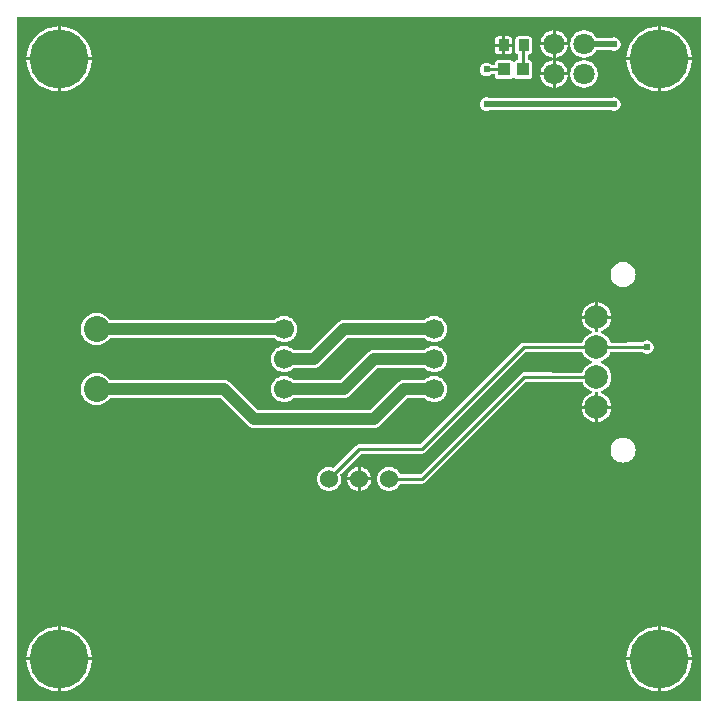
<source format=gtl>
G04 Layer: TopLayer*
G04 Panelize: , Column: 2, Row: 2, Board Size: 58.42mm x 58.42mm, Panelized Board Size: 118.84mm x 118.84mm*
G04 EasyEDA v6.5.32, 2023-07-25 14:04:49*
G04 2db8e41404b945f8aa85a1d49205427a,5a6b42c53f6a479593ecc07194224c93,10*
G04 Gerber Generator version 0.2*
G04 Scale: 100 percent, Rotated: No, Reflected: No *
G04 Dimensions in millimeters *
G04 leading zeros omitted , absolute positions ,4 integer and 5 decimal *
%FSLAX45Y45*%
%MOMM*%

%ADD10C,0.2540*%
%ADD11C,1.0000*%
%ADD12C,0.5000*%
%ADD13R,0.8999X1.0000*%
%ADD14R,1.0000X1.1000*%
%ADD15C,2.2000*%
%ADD16C,1.7000*%
%ADD17C,1.5240*%
%ADD18C,5.0000*%
%ADD19C,1.8000*%
%ADD20C,2.0000*%
%ADD21C,0.6096*%
%ADD22C,0.0110*%

%LPD*%
G36*
X5805932Y25908D02*
G01*
X36068Y26416D01*
X32156Y27178D01*
X28905Y29362D01*
X26670Y32664D01*
X25908Y36576D01*
X25908Y5805932D01*
X26670Y5809843D01*
X28905Y5813094D01*
X32156Y5815330D01*
X36068Y5816092D01*
X5805932Y5816092D01*
X5809843Y5815330D01*
X5813094Y5813094D01*
X5815330Y5809843D01*
X5816092Y5805932D01*
X5816092Y36068D01*
X5815330Y32207D01*
X5813094Y28905D01*
X5809843Y26670D01*
G37*

%LPC*%
G36*
X4584700Y5600700D02*
G01*
X4687112Y5600700D01*
X4686960Y5602528D01*
X4684268Y5616803D01*
X4679746Y5630672D01*
X4673549Y5643829D01*
X4665776Y5656122D01*
X4656480Y5667349D01*
X4645863Y5677306D01*
X4634077Y5685840D01*
X4621326Y5692851D01*
X4607814Y5698236D01*
X4593691Y5701842D01*
X4584700Y5702960D01*
G37*
G36*
X5448300Y105613D02*
G01*
X5448300Y368300D01*
X5185410Y368300D01*
X5187289Y346405D01*
X5191150Y323646D01*
X5196890Y301244D01*
X5204460Y279450D01*
X5213858Y258317D01*
X5224983Y238099D01*
X5237784Y218846D01*
X5252161Y200710D01*
X5267960Y183896D01*
X5285130Y168402D01*
X5303520Y154432D01*
X5323027Y142087D01*
X5343499Y131368D01*
X5364835Y122428D01*
X5386781Y115265D01*
X5409285Y109982D01*
X5432145Y106629D01*
G37*
G36*
X368300Y105613D02*
G01*
X368300Y368300D01*
X105410Y368300D01*
X107289Y346405D01*
X111150Y323646D01*
X116890Y301244D01*
X124460Y279450D01*
X133858Y258317D01*
X144983Y238099D01*
X157784Y218846D01*
X172161Y200710D01*
X187960Y183896D01*
X205130Y168402D01*
X223520Y154432D01*
X243027Y142087D01*
X263499Y131368D01*
X284835Y122428D01*
X306781Y115265D01*
X329285Y109982D01*
X352145Y106629D01*
G37*
G36*
X393700Y393700D02*
G01*
X656336Y393700D01*
X655929Y404063D01*
X653034Y427024D01*
X648208Y449630D01*
X641553Y471728D01*
X633018Y493217D01*
X622757Y513892D01*
X610819Y533704D01*
X597204Y552348D01*
X582117Y569874D01*
X565607Y586028D01*
X547827Y600760D01*
X528828Y613968D01*
X508812Y625500D01*
X487934Y635355D01*
X466242Y643382D01*
X443992Y649630D01*
X421284Y653948D01*
X398322Y656336D01*
X393700Y656437D01*
G37*
G36*
X5473700Y393700D02*
G01*
X5736336Y393700D01*
X5735929Y404063D01*
X5733034Y427024D01*
X5728208Y449630D01*
X5721553Y471728D01*
X5713018Y493217D01*
X5702757Y513892D01*
X5690819Y533704D01*
X5677204Y552348D01*
X5662117Y569874D01*
X5645607Y586028D01*
X5627827Y600760D01*
X5608828Y613968D01*
X5588812Y625500D01*
X5567934Y635355D01*
X5546242Y643382D01*
X5523992Y649630D01*
X5501284Y653948D01*
X5478322Y656336D01*
X5473700Y656437D01*
G37*
G36*
X5185410Y393700D02*
G01*
X5448300Y393700D01*
X5448300Y656386D01*
X5432145Y655370D01*
X5409285Y652018D01*
X5386781Y646734D01*
X5364835Y639572D01*
X5343499Y630631D01*
X5323027Y619912D01*
X5303520Y607568D01*
X5285130Y593598D01*
X5267960Y578104D01*
X5252161Y561289D01*
X5237784Y543153D01*
X5224983Y523900D01*
X5213858Y503682D01*
X5204460Y482549D01*
X5196890Y460756D01*
X5191150Y438353D01*
X5187289Y415594D01*
G37*
G36*
X105410Y393700D02*
G01*
X368300Y393700D01*
X368300Y656386D01*
X352145Y655370D01*
X329285Y652018D01*
X306781Y646734D01*
X284835Y639572D01*
X263499Y630631D01*
X243027Y619912D01*
X223520Y607568D01*
X205130Y593598D01*
X187960Y578104D01*
X172161Y561289D01*
X157784Y543153D01*
X144983Y523900D01*
X133858Y503682D01*
X124460Y482549D01*
X116890Y460756D01*
X111150Y438353D01*
X107289Y415594D01*
G37*
G36*
X2660192Y1803146D02*
G01*
X2673807Y1803146D01*
X2687320Y1804974D01*
X2700477Y1808581D01*
X2713024Y1813864D01*
X2724759Y1820824D01*
X2735478Y1829307D01*
X2744978Y1839061D01*
X2753055Y1850085D01*
X2759608Y1862023D01*
X2764485Y1874774D01*
X2767634Y1888032D01*
X2769006Y1901596D01*
X2768549Y1915210D01*
X2766314Y1928672D01*
X2763113Y1938883D01*
X2762707Y1942490D01*
X2763570Y1946046D01*
X2765653Y1949043D01*
X2934004Y2117394D01*
X2937306Y2119630D01*
X2941218Y2120392D01*
X3453892Y2120392D01*
X3461918Y2121204D01*
X3469132Y2123389D01*
X3475837Y2126945D01*
X3482035Y2132076D01*
X4328464Y2978454D01*
X4331766Y2980690D01*
X4335678Y2981452D01*
X4804257Y2981452D01*
X4808067Y2980740D01*
X4811318Y2978607D01*
X4813554Y2975457D01*
X4819751Y2961690D01*
X4827625Y2948635D01*
X4836972Y2936697D01*
X4847742Y2925927D01*
X4859680Y2916580D01*
X4872736Y2908706D01*
X4886655Y2902458D01*
X4889804Y2900222D01*
X4891887Y2896971D01*
X4892649Y2893161D01*
X4891887Y2889351D01*
X4889804Y2886151D01*
X4886655Y2883916D01*
X4872736Y2877616D01*
X4859680Y2869793D01*
X4847742Y2860395D01*
X4836972Y2849626D01*
X4827625Y2837688D01*
X4819751Y2824683D01*
X4813655Y2811170D01*
X4811420Y2808020D01*
X4808169Y2805938D01*
X4804359Y2805176D01*
X4318660Y2807208D01*
X4310634Y2806446D01*
X4303369Y2804261D01*
X4296714Y2800756D01*
X4290364Y2795524D01*
X3441395Y1946605D01*
X3438093Y1944370D01*
X3434181Y1943607D01*
X3275838Y1943607D01*
X3272078Y1944319D01*
X3268878Y1946402D01*
X3266643Y1949500D01*
X3264509Y1954072D01*
X3257194Y1965553D01*
X3248355Y1975967D01*
X3238246Y1985111D01*
X3227019Y1992833D01*
X3214827Y1998980D01*
X3201974Y2003450D01*
X3188614Y2006193D01*
X3175000Y2007057D01*
X3161385Y2006193D01*
X3148025Y2003450D01*
X3135122Y1998980D01*
X3122980Y1992833D01*
X3111703Y1985111D01*
X3101594Y1975967D01*
X3092805Y1965553D01*
X3085490Y1954072D01*
X3079750Y1941677D01*
X3075686Y1928672D01*
X3073400Y1915210D01*
X3072942Y1901596D01*
X3074314Y1888032D01*
X3077514Y1874774D01*
X3082391Y1862023D01*
X3088944Y1850085D01*
X3097022Y1839061D01*
X3106521Y1829307D01*
X3117240Y1820824D01*
X3128975Y1813864D01*
X3141522Y1808581D01*
X3154680Y1804974D01*
X3168192Y1803146D01*
X3181807Y1803146D01*
X3195320Y1804974D01*
X3208477Y1808581D01*
X3221024Y1813864D01*
X3232759Y1820824D01*
X3243478Y1829307D01*
X3252978Y1839061D01*
X3261055Y1850085D01*
X3267100Y1861108D01*
X3269386Y1863902D01*
X3272485Y1865731D01*
X3275990Y1866392D01*
X3453892Y1866392D01*
X3461918Y1867204D01*
X3469132Y1869389D01*
X3475837Y1872945D01*
X3482035Y1878075D01*
X4330954Y2726944D01*
X4334256Y2729128D01*
X4338167Y2729890D01*
X4804054Y2727960D01*
X4807864Y2727248D01*
X4811064Y2725115D01*
X4813300Y2721965D01*
X4819751Y2707690D01*
X4827625Y2694635D01*
X4836972Y2682697D01*
X4847742Y2671927D01*
X4859680Y2662580D01*
X4872736Y2654706D01*
X4886655Y2648458D01*
X4889804Y2646222D01*
X4891887Y2642971D01*
X4892649Y2639161D01*
X4891887Y2635351D01*
X4889804Y2632151D01*
X4886655Y2629916D01*
X4872736Y2623616D01*
X4859680Y2615793D01*
X4847742Y2606395D01*
X4836972Y2595626D01*
X4827625Y2583688D01*
X4819751Y2570683D01*
X4813503Y2556814D01*
X4808982Y2542286D01*
X4806238Y2527350D01*
X4806086Y2524861D01*
X4918506Y2524861D01*
X4918506Y2630271D01*
X4919268Y2634132D01*
X4921504Y2637434D01*
X4924806Y2639618D01*
X4928666Y2640431D01*
X4933746Y2640431D01*
X4937658Y2639618D01*
X4940960Y2637434D01*
X4943144Y2634132D01*
X4943906Y2630271D01*
X4943906Y2524861D01*
X5056327Y2524861D01*
X5056174Y2527350D01*
X5053431Y2542286D01*
X5048910Y2556814D01*
X5042662Y2570683D01*
X5034838Y2583688D01*
X5025440Y2595626D01*
X5014722Y2606395D01*
X5002733Y2615793D01*
X4989728Y2623616D01*
X4975809Y2629916D01*
X4972659Y2632151D01*
X4970526Y2635351D01*
X4969814Y2639161D01*
X4970526Y2642971D01*
X4972659Y2646222D01*
X4975809Y2648458D01*
X4989728Y2654706D01*
X5002733Y2662580D01*
X5014722Y2671927D01*
X5025440Y2682697D01*
X5034838Y2694635D01*
X5042662Y2707690D01*
X5048910Y2721508D01*
X5053431Y2736037D01*
X5056174Y2750972D01*
X5057089Y2766161D01*
X5056174Y2781350D01*
X5053431Y2796286D01*
X5048910Y2810814D01*
X5042662Y2824683D01*
X5034838Y2837688D01*
X5025440Y2849626D01*
X5014722Y2860395D01*
X5002733Y2869793D01*
X4989728Y2877616D01*
X4975809Y2883916D01*
X4972659Y2886151D01*
X4970526Y2889351D01*
X4969814Y2893161D01*
X4970526Y2896971D01*
X4972659Y2900222D01*
X4975809Y2902458D01*
X4989728Y2908706D01*
X5002733Y2916580D01*
X5014722Y2925927D01*
X5025440Y2936697D01*
X5034838Y2948635D01*
X5042662Y2961640D01*
X5049215Y2976270D01*
X5051450Y2979420D01*
X5054650Y2981502D01*
X5058460Y2982264D01*
X5314594Y2983738D01*
X5318556Y2982976D01*
X5321858Y2980740D01*
X5323179Y2979420D01*
X5331206Y2973781D01*
X5340146Y2969666D01*
X5349595Y2967126D01*
X5359400Y2966262D01*
X5369204Y2967126D01*
X5378653Y2969666D01*
X5387594Y2973781D01*
X5395620Y2979420D01*
X5402580Y2986379D01*
X5408218Y2994406D01*
X5412333Y3003346D01*
X5414873Y3012795D01*
X5415737Y3022600D01*
X5414873Y3032404D01*
X5412333Y3041853D01*
X5408218Y3050794D01*
X5402580Y3058820D01*
X5395620Y3065780D01*
X5387594Y3071418D01*
X5378653Y3075533D01*
X5369204Y3078073D01*
X5359400Y3078937D01*
X5349595Y3078073D01*
X5340146Y3075533D01*
X5331206Y3071418D01*
X5323179Y3065780D01*
X5321350Y3063900D01*
X5318048Y3061716D01*
X5314188Y3060954D01*
X5057952Y3059480D01*
X5054142Y3060192D01*
X5050840Y3062325D01*
X5048605Y3065475D01*
X5042662Y3078683D01*
X5034838Y3091688D01*
X5025440Y3103626D01*
X5014722Y3114395D01*
X5002733Y3123793D01*
X4989728Y3131616D01*
X4975809Y3137916D01*
X4972659Y3140151D01*
X4970526Y3143351D01*
X4969814Y3147161D01*
X4970526Y3150971D01*
X4972659Y3154222D01*
X4975809Y3156458D01*
X4989728Y3162706D01*
X5002733Y3170580D01*
X5014722Y3179927D01*
X5025440Y3190697D01*
X5034838Y3202635D01*
X5042662Y3215690D01*
X5048910Y3229508D01*
X5053431Y3244037D01*
X5056174Y3258972D01*
X5056327Y3261461D01*
X4943906Y3261461D01*
X4943906Y3156102D01*
X4943144Y3152190D01*
X4940960Y3148888D01*
X4937658Y3146704D01*
X4933746Y3145942D01*
X4928666Y3145942D01*
X4924806Y3146704D01*
X4921504Y3148888D01*
X4919268Y3152190D01*
X4918506Y3156102D01*
X4918506Y3261461D01*
X4806086Y3261461D01*
X4806238Y3258972D01*
X4808982Y3244037D01*
X4813503Y3229508D01*
X4819751Y3215690D01*
X4827625Y3202635D01*
X4836972Y3190697D01*
X4847742Y3179927D01*
X4859680Y3170580D01*
X4872736Y3162706D01*
X4886655Y3156458D01*
X4889804Y3154222D01*
X4891887Y3150971D01*
X4892649Y3147161D01*
X4891887Y3143351D01*
X4889804Y3140151D01*
X4886655Y3137916D01*
X4872736Y3131616D01*
X4859680Y3123793D01*
X4847742Y3114395D01*
X4836972Y3103626D01*
X4827625Y3091688D01*
X4819751Y3078683D01*
X4813452Y3064662D01*
X4811217Y3061512D01*
X4807966Y3059379D01*
X4804156Y3058668D01*
X4315968Y3058668D01*
X4307941Y3057855D01*
X4300728Y3055670D01*
X4294022Y3052114D01*
X4287824Y3046984D01*
X3441395Y2200605D01*
X3438093Y2198370D01*
X3434181Y2197608D01*
X2921508Y2197608D01*
X2913481Y2196795D01*
X2906268Y2194610D01*
X2899562Y2191054D01*
X2893364Y2185924D01*
X2710992Y2003602D01*
X2707894Y2001469D01*
X2704236Y2000656D01*
X2700477Y2001164D01*
X2693974Y2003450D01*
X2680614Y2006193D01*
X2667000Y2007057D01*
X2653385Y2006193D01*
X2640025Y2003450D01*
X2627122Y1998980D01*
X2614980Y1992833D01*
X2603703Y1985111D01*
X2593594Y1975967D01*
X2584805Y1965553D01*
X2577490Y1954072D01*
X2571750Y1941677D01*
X2567686Y1928672D01*
X2565400Y1915210D01*
X2564942Y1901596D01*
X2566314Y1888032D01*
X2569514Y1874774D01*
X2574391Y1862023D01*
X2580944Y1850085D01*
X2589022Y1839061D01*
X2598521Y1829307D01*
X2609240Y1820824D01*
X2620975Y1813864D01*
X2633522Y1808581D01*
X2646680Y1804974D01*
G37*
G36*
X2908300Y1803907D02*
G01*
X2908300Y1892300D01*
X2819908Y1892300D01*
X2820314Y1888032D01*
X2823514Y1874774D01*
X2828391Y1862023D01*
X2834944Y1850085D01*
X2843022Y1839061D01*
X2852521Y1829307D01*
X2863240Y1820824D01*
X2874975Y1813864D01*
X2887522Y1808581D01*
X2900680Y1804974D01*
G37*
G36*
X2933700Y1803907D02*
G01*
X2941320Y1804974D01*
X2954477Y1808581D01*
X2967024Y1813864D01*
X2978759Y1820824D01*
X2989478Y1829307D01*
X2998978Y1839061D01*
X3007055Y1850085D01*
X3013608Y1862023D01*
X3018485Y1874774D01*
X3021634Y1888032D01*
X3022092Y1892300D01*
X2933700Y1892300D01*
G37*
G36*
X2819857Y1917700D02*
G01*
X2908300Y1917700D01*
X2908300Y2006244D01*
X2894025Y2003450D01*
X2881122Y1998980D01*
X2868980Y1992833D01*
X2857703Y1985111D01*
X2847594Y1975967D01*
X2838805Y1965553D01*
X2831490Y1954072D01*
X2825750Y1941677D01*
X2821686Y1928672D01*
G37*
G36*
X2933700Y1917700D02*
G01*
X3022142Y1917700D01*
X3020314Y1928672D01*
X3016250Y1941677D01*
X3010509Y1954072D01*
X3003194Y1965553D01*
X2994355Y1975967D01*
X2984246Y1985111D01*
X2973019Y1992833D01*
X2960827Y1998980D01*
X2947974Y2003450D01*
X2933700Y2006244D01*
G37*
G36*
X5156250Y2043734D02*
G01*
X5170068Y2044598D01*
X5183632Y2047341D01*
X5196738Y2051761D01*
X5209184Y2057907D01*
X5220665Y2065578D01*
X5231079Y2074722D01*
X5240223Y2085136D01*
X5247944Y2096668D01*
X5254040Y2109063D01*
X5258511Y2122220D01*
X5261203Y2135784D01*
X5262118Y2149602D01*
X5261203Y2163419D01*
X5258511Y2176983D01*
X5254040Y2190140D01*
X5247944Y2202535D01*
X5240223Y2214067D01*
X5231079Y2224481D01*
X5220665Y2233625D01*
X5209184Y2241296D01*
X5196738Y2247442D01*
X5183632Y2251862D01*
X5170068Y2254605D01*
X5156250Y2255469D01*
X5142382Y2254605D01*
X5128818Y2251862D01*
X5115712Y2247442D01*
X5103266Y2241296D01*
X5091785Y2233625D01*
X5081371Y2224481D01*
X5072227Y2214067D01*
X5064506Y2202535D01*
X5058410Y2190140D01*
X5053939Y2176983D01*
X5051247Y2163419D01*
X5050332Y2149602D01*
X5051247Y2135784D01*
X5053939Y2122220D01*
X5058410Y2109063D01*
X5064506Y2096668D01*
X5072227Y2085136D01*
X5081371Y2074722D01*
X5091785Y2065578D01*
X5103266Y2057907D01*
X5115712Y2051761D01*
X5128818Y2047341D01*
X5142382Y2044598D01*
G37*
G36*
X2032101Y2337104D02*
G01*
X3050641Y2337155D01*
X3059480Y2337968D01*
X3061919Y2338374D01*
X3070555Y2340508D01*
X3072892Y2341270D01*
X3081121Y2344674D01*
X3083306Y2345791D01*
X3090926Y2350414D01*
X3099765Y2357475D01*
X3330448Y2588107D01*
X3333750Y2590342D01*
X3337661Y2591104D01*
X3471214Y2591104D01*
X3475024Y2590342D01*
X3478276Y2588209D01*
X3484118Y2582570D01*
X3495497Y2574086D01*
X3507892Y2567076D01*
X3521049Y2561742D01*
X3534816Y2558135D01*
X3548887Y2556357D01*
X3563112Y2556357D01*
X3577183Y2558135D01*
X3590950Y2561742D01*
X3604107Y2567076D01*
X3616502Y2574086D01*
X3627882Y2582570D01*
X3638092Y2592425D01*
X3646932Y2603550D01*
X3654298Y2615692D01*
X3660038Y2628696D01*
X3664102Y2642311D01*
X3666388Y2656332D01*
X3666845Y2670556D01*
X3665474Y2684678D01*
X3662273Y2698546D01*
X3657396Y2711856D01*
X3650843Y2724454D01*
X3642664Y2736138D01*
X3633114Y2746654D01*
X3622294Y2755849D01*
X3610406Y2763621D01*
X3597605Y2769768D01*
X3584143Y2774238D01*
X3570173Y2776982D01*
X3556000Y2777896D01*
X3541826Y2776982D01*
X3527856Y2774238D01*
X3514394Y2769768D01*
X3501593Y2763621D01*
X3489655Y2755849D01*
X3478479Y2746248D01*
X3475075Y2743758D01*
X3470960Y2742895D01*
X3299358Y2742844D01*
X3290519Y2742031D01*
X3288080Y2741625D01*
X3279444Y2739491D01*
X3277108Y2738729D01*
X3268878Y2735326D01*
X3266694Y2734208D01*
X3259074Y2729585D01*
X3250234Y2722524D01*
X3019552Y2491892D01*
X3016250Y2489657D01*
X3012338Y2488895D01*
X2067661Y2488895D01*
X2063750Y2489657D01*
X2060448Y2491892D01*
X1829765Y2722524D01*
X1820925Y2729585D01*
X1813306Y2734208D01*
X1811121Y2735326D01*
X1802892Y2738729D01*
X1800555Y2739491D01*
X1791919Y2741625D01*
X1789480Y2742031D01*
X1780641Y2742844D01*
X816406Y2742895D01*
X813155Y2743454D01*
X810209Y2745028D01*
X797356Y2760268D01*
X785825Y2771089D01*
X773176Y2780538D01*
X759510Y2788412D01*
X744982Y2794711D01*
X729843Y2799232D01*
X714298Y2801975D01*
X698500Y2802890D01*
X682701Y2801975D01*
X667156Y2799232D01*
X652018Y2794711D01*
X637489Y2788412D01*
X623824Y2780538D01*
X611174Y2771089D01*
X599643Y2760268D01*
X589483Y2748127D01*
X580796Y2734970D01*
X573735Y2720848D01*
X568299Y2705963D01*
X564692Y2690622D01*
X562864Y2674924D01*
X562864Y2659075D01*
X564692Y2643378D01*
X568299Y2628036D01*
X573735Y2613152D01*
X580796Y2599029D01*
X589483Y2585872D01*
X599643Y2573731D01*
X611174Y2562910D01*
X623824Y2553462D01*
X637489Y2545588D01*
X652018Y2539288D01*
X667156Y2534767D01*
X682701Y2532024D01*
X698500Y2531110D01*
X714298Y2532024D01*
X729843Y2534767D01*
X744982Y2539288D01*
X759510Y2545588D01*
X773176Y2553462D01*
X785825Y2562910D01*
X797356Y2573731D01*
X810209Y2588971D01*
X813155Y2590546D01*
X816406Y2591104D01*
X1742338Y2591104D01*
X1746250Y2590342D01*
X1749552Y2588107D01*
X1980234Y2357475D01*
X1989074Y2350414D01*
X1996693Y2345791D01*
X1998878Y2344674D01*
X2007107Y2341270D01*
X2009444Y2340508D01*
X2018080Y2338374D01*
X2020519Y2337968D01*
X2029358Y2337155D01*
G37*
G36*
X4918506Y2387041D02*
G01*
X4918506Y2499461D01*
X4806086Y2499461D01*
X4806238Y2496972D01*
X4808982Y2482037D01*
X4813503Y2467508D01*
X4819751Y2453690D01*
X4827625Y2440635D01*
X4836972Y2428697D01*
X4847742Y2417927D01*
X4859680Y2408580D01*
X4872736Y2400706D01*
X4886553Y2394458D01*
X4901082Y2389936D01*
X4916017Y2387193D01*
G37*
G36*
X4943906Y2387041D02*
G01*
X4946396Y2387193D01*
X4961331Y2389936D01*
X4975860Y2394458D01*
X4989728Y2400706D01*
X5002733Y2408580D01*
X5014722Y2417927D01*
X5025440Y2428697D01*
X5034838Y2440635D01*
X5042662Y2453690D01*
X5048910Y2467508D01*
X5053431Y2482037D01*
X5056174Y2496972D01*
X5056327Y2499461D01*
X4943906Y2499461D01*
G37*
G36*
X2278888Y2556357D02*
G01*
X2293112Y2556357D01*
X2307183Y2558135D01*
X2320950Y2561742D01*
X2334107Y2567076D01*
X2346502Y2574086D01*
X2357882Y2582570D01*
X2363724Y2588209D01*
X2366975Y2590342D01*
X2370785Y2591104D01*
X2796641Y2591155D01*
X2805480Y2591968D01*
X2807919Y2592374D01*
X2816555Y2594508D01*
X2818892Y2595270D01*
X2827121Y2598674D01*
X2829306Y2599791D01*
X2836926Y2604414D01*
X2845765Y2611475D01*
X3076448Y2842107D01*
X3079750Y2844342D01*
X3083661Y2845104D01*
X3471214Y2845104D01*
X3475024Y2844342D01*
X3478276Y2842209D01*
X3484118Y2836570D01*
X3495497Y2828086D01*
X3507892Y2821076D01*
X3521049Y2815742D01*
X3534816Y2812135D01*
X3548887Y2810357D01*
X3563112Y2810357D01*
X3577183Y2812135D01*
X3590950Y2815742D01*
X3604107Y2821076D01*
X3616502Y2828086D01*
X3627882Y2836570D01*
X3638092Y2846425D01*
X3646932Y2857550D01*
X3654298Y2869692D01*
X3660038Y2882696D01*
X3664102Y2896311D01*
X3666388Y2910332D01*
X3666845Y2924556D01*
X3665474Y2938678D01*
X3662273Y2952546D01*
X3657396Y2965856D01*
X3650843Y2978454D01*
X3642664Y2990138D01*
X3633114Y3000654D01*
X3622294Y3009849D01*
X3610406Y3017621D01*
X3597605Y3023768D01*
X3584143Y3028238D01*
X3570173Y3030982D01*
X3556000Y3031896D01*
X3541826Y3030982D01*
X3527856Y3028238D01*
X3514394Y3023768D01*
X3501593Y3017621D01*
X3489655Y3009849D01*
X3478479Y3000248D01*
X3475075Y2997758D01*
X3470960Y2996895D01*
X3045358Y2996844D01*
X3036519Y2996031D01*
X3034080Y2995625D01*
X3025444Y2993491D01*
X3023108Y2992729D01*
X3014878Y2989326D01*
X3012694Y2988208D01*
X3005074Y2983585D01*
X2996234Y2976524D01*
X2765552Y2745892D01*
X2762250Y2743657D01*
X2758338Y2742895D01*
X2371039Y2742895D01*
X2366924Y2743758D01*
X2363114Y2746654D01*
X2352294Y2755849D01*
X2340406Y2763621D01*
X2327605Y2769768D01*
X2314143Y2774238D01*
X2300173Y2776982D01*
X2286000Y2777896D01*
X2271826Y2776982D01*
X2257856Y2774238D01*
X2244394Y2769768D01*
X2231593Y2763621D01*
X2219655Y2755849D01*
X2208834Y2746654D01*
X2199284Y2736138D01*
X2191156Y2724454D01*
X2184603Y2711856D01*
X2179675Y2698546D01*
X2176526Y2684678D01*
X2175154Y2670556D01*
X2175611Y2656332D01*
X2177897Y2642311D01*
X2181910Y2628696D01*
X2187702Y2615692D01*
X2195068Y2603550D01*
X2203907Y2592425D01*
X2214118Y2582570D01*
X2225497Y2574086D01*
X2237892Y2567076D01*
X2251049Y2561742D01*
X2264816Y2558135D01*
G37*
G36*
X2278888Y2810357D02*
G01*
X2293112Y2810357D01*
X2307183Y2812135D01*
X2320950Y2815742D01*
X2334107Y2821076D01*
X2346502Y2828086D01*
X2357882Y2836570D01*
X2363724Y2842209D01*
X2366975Y2844342D01*
X2370785Y2845104D01*
X2542641Y2845155D01*
X2551480Y2845968D01*
X2553919Y2846374D01*
X2562555Y2848508D01*
X2564892Y2849270D01*
X2573121Y2852674D01*
X2575306Y2853791D01*
X2582926Y2858414D01*
X2591765Y2865475D01*
X2822448Y3096107D01*
X2825750Y3098342D01*
X2829661Y3099104D01*
X3471214Y3099104D01*
X3475024Y3098342D01*
X3478276Y3096209D01*
X3484118Y3090570D01*
X3495497Y3082086D01*
X3507892Y3075076D01*
X3521049Y3069742D01*
X3534816Y3066135D01*
X3548887Y3064357D01*
X3563112Y3064357D01*
X3577183Y3066135D01*
X3590950Y3069742D01*
X3604107Y3075076D01*
X3616502Y3082086D01*
X3627882Y3090570D01*
X3638092Y3100425D01*
X3646932Y3111550D01*
X3654298Y3123692D01*
X3660038Y3136696D01*
X3664102Y3150311D01*
X3666388Y3164332D01*
X3666845Y3178556D01*
X3665474Y3192678D01*
X3662273Y3206546D01*
X3657396Y3219856D01*
X3650843Y3232454D01*
X3642664Y3244138D01*
X3633114Y3254654D01*
X3622294Y3263849D01*
X3610406Y3271621D01*
X3597605Y3277768D01*
X3584143Y3282238D01*
X3570173Y3284982D01*
X3556000Y3285896D01*
X3541826Y3284982D01*
X3527856Y3282238D01*
X3514394Y3277768D01*
X3501593Y3271621D01*
X3489655Y3263849D01*
X3478479Y3254248D01*
X3475075Y3251758D01*
X3470960Y3250895D01*
X2791358Y3250844D01*
X2782519Y3250031D01*
X2780080Y3249625D01*
X2771444Y3247491D01*
X2769108Y3246729D01*
X2760878Y3243326D01*
X2758694Y3242208D01*
X2751074Y3237585D01*
X2742234Y3230524D01*
X2511552Y2999892D01*
X2508250Y2997657D01*
X2504338Y2996895D01*
X2371039Y2996895D01*
X2366924Y2997758D01*
X2363114Y3000654D01*
X2352294Y3009849D01*
X2340406Y3017621D01*
X2327605Y3023768D01*
X2314143Y3028238D01*
X2300173Y3030982D01*
X2286000Y3031896D01*
X2271826Y3030982D01*
X2257856Y3028238D01*
X2244394Y3023768D01*
X2231593Y3017621D01*
X2219655Y3009849D01*
X2208834Y3000654D01*
X2199284Y2990138D01*
X2191156Y2978454D01*
X2184603Y2965856D01*
X2179675Y2952546D01*
X2176526Y2938678D01*
X2175154Y2924556D01*
X2175611Y2910332D01*
X2177897Y2896311D01*
X2181910Y2882696D01*
X2187702Y2869692D01*
X2195068Y2857550D01*
X2203907Y2846425D01*
X2214118Y2836570D01*
X2225497Y2828086D01*
X2237892Y2821076D01*
X2251049Y2815742D01*
X2264816Y2812135D01*
G37*
G36*
X698500Y3039110D02*
G01*
X714298Y3040024D01*
X729843Y3042767D01*
X744982Y3047288D01*
X759510Y3053588D01*
X773176Y3061462D01*
X785825Y3070910D01*
X797356Y3081731D01*
X810209Y3096971D01*
X813155Y3098546D01*
X816406Y3099104D01*
X2201214Y3099104D01*
X2205024Y3098342D01*
X2208276Y3096209D01*
X2214118Y3090570D01*
X2225497Y3082086D01*
X2237892Y3075076D01*
X2251049Y3069742D01*
X2264816Y3066135D01*
X2278888Y3064357D01*
X2293112Y3064357D01*
X2307183Y3066135D01*
X2320950Y3069742D01*
X2334107Y3075076D01*
X2346502Y3082086D01*
X2357882Y3090570D01*
X2368092Y3100425D01*
X2376932Y3111550D01*
X2384298Y3123692D01*
X2390038Y3136696D01*
X2394102Y3150311D01*
X2396388Y3164332D01*
X2396845Y3178556D01*
X2395474Y3192678D01*
X2392273Y3206546D01*
X2387396Y3219856D01*
X2380843Y3232454D01*
X2372664Y3244138D01*
X2363114Y3254654D01*
X2352294Y3263849D01*
X2340406Y3271621D01*
X2327605Y3277768D01*
X2314143Y3282238D01*
X2300173Y3284982D01*
X2286000Y3285896D01*
X2271826Y3284982D01*
X2257856Y3282238D01*
X2244394Y3277768D01*
X2231593Y3271621D01*
X2219655Y3263849D01*
X2208479Y3254248D01*
X2205075Y3251758D01*
X2200960Y3250895D01*
X816406Y3250895D01*
X813155Y3251453D01*
X810209Y3253028D01*
X797356Y3268268D01*
X785825Y3279089D01*
X773176Y3288537D01*
X759510Y3296412D01*
X744982Y3302711D01*
X729843Y3307232D01*
X714298Y3309975D01*
X698500Y3310890D01*
X682701Y3309975D01*
X667156Y3307232D01*
X652018Y3302711D01*
X637489Y3296412D01*
X623824Y3288537D01*
X611174Y3279089D01*
X599643Y3268268D01*
X589483Y3256127D01*
X580796Y3242970D01*
X573735Y3228848D01*
X568299Y3213963D01*
X564692Y3198622D01*
X562864Y3182924D01*
X562864Y3167075D01*
X564692Y3151378D01*
X568299Y3136036D01*
X573735Y3121152D01*
X580796Y3107029D01*
X589483Y3093872D01*
X599643Y3081731D01*
X611174Y3070910D01*
X623824Y3061462D01*
X637489Y3053588D01*
X652018Y3047288D01*
X667156Y3042767D01*
X682701Y3040024D01*
G37*
G36*
X5473700Y105562D02*
G01*
X5478322Y105664D01*
X5501284Y108051D01*
X5523992Y112369D01*
X5546242Y118618D01*
X5567934Y126644D01*
X5588812Y136499D01*
X5608828Y148031D01*
X5627827Y161239D01*
X5645607Y175971D01*
X5662117Y192125D01*
X5677204Y209600D01*
X5690819Y228295D01*
X5702757Y248107D01*
X5713018Y268782D01*
X5721553Y290271D01*
X5728208Y312369D01*
X5733034Y334975D01*
X5735929Y357936D01*
X5736336Y368300D01*
X5473700Y368300D01*
G37*
G36*
X4943906Y3286861D02*
G01*
X5056327Y3286861D01*
X5056174Y3289350D01*
X5053431Y3304286D01*
X5048910Y3318814D01*
X5042662Y3332683D01*
X5034838Y3345687D01*
X5025440Y3357626D01*
X5014722Y3368395D01*
X5002733Y3377793D01*
X4989728Y3385616D01*
X4975860Y3391865D01*
X4961331Y3396386D01*
X4946396Y3399129D01*
X4943906Y3399282D01*
G37*
G36*
X4806086Y3286861D02*
G01*
X4918506Y3286861D01*
X4918506Y3399282D01*
X4916017Y3399129D01*
X4901082Y3396386D01*
X4886553Y3391865D01*
X4872736Y3385616D01*
X4859680Y3377793D01*
X4847742Y3368395D01*
X4836972Y3357626D01*
X4827625Y3345687D01*
X4819751Y3332683D01*
X4813503Y3318814D01*
X4808982Y3304286D01*
X4806238Y3289350D01*
G37*
G36*
X5156250Y3530803D02*
G01*
X5170068Y3531717D01*
X5183632Y3534410D01*
X5196738Y3538880D01*
X5209184Y3544976D01*
X5220665Y3552698D01*
X5231079Y3561842D01*
X5240223Y3572256D01*
X5247944Y3583736D01*
X5254040Y3596182D01*
X5258511Y3609289D01*
X5261203Y3622852D01*
X5262118Y3636670D01*
X5261203Y3650538D01*
X5258511Y3664102D01*
X5254040Y3677208D01*
X5247944Y3689654D01*
X5240223Y3701135D01*
X5231079Y3711549D01*
X5220665Y3720693D01*
X5209184Y3728415D01*
X5196738Y3734511D01*
X5183632Y3738981D01*
X5170068Y3741674D01*
X5156250Y3742588D01*
X5142382Y3741674D01*
X5128818Y3738981D01*
X5115712Y3734511D01*
X5103266Y3728415D01*
X5091785Y3720693D01*
X5081371Y3711549D01*
X5072227Y3701135D01*
X5064506Y3689654D01*
X5058410Y3677208D01*
X5053939Y3664102D01*
X5051247Y3650538D01*
X5050332Y3636670D01*
X5051247Y3622852D01*
X5053939Y3609289D01*
X5058410Y3596182D01*
X5064506Y3583736D01*
X5072227Y3572256D01*
X5081371Y3561842D01*
X5091785Y3552698D01*
X5103266Y3544976D01*
X5115712Y3538880D01*
X5128818Y3534410D01*
X5142382Y3531717D01*
G37*
G36*
X393700Y105562D02*
G01*
X398322Y105664D01*
X421284Y108051D01*
X443992Y112369D01*
X466242Y118618D01*
X487934Y126644D01*
X508812Y136499D01*
X528828Y148031D01*
X547827Y161239D01*
X565607Y175971D01*
X582117Y192125D01*
X597204Y209600D01*
X610819Y228295D01*
X622757Y248107D01*
X633018Y268782D01*
X641553Y290271D01*
X648208Y312369D01*
X653034Y334975D01*
X655929Y357936D01*
X656336Y368300D01*
X393700Y368300D01*
G37*
G36*
X5473700Y5185562D02*
G01*
X5478322Y5185664D01*
X5501284Y5188051D01*
X5523992Y5192369D01*
X5546242Y5198618D01*
X5567934Y5206644D01*
X5588812Y5216499D01*
X5608828Y5228031D01*
X5627827Y5241239D01*
X5645607Y5255971D01*
X5662117Y5272125D01*
X5677204Y5289600D01*
X5690819Y5308295D01*
X5702757Y5328107D01*
X5713018Y5348782D01*
X5721553Y5370271D01*
X5728208Y5392369D01*
X5733034Y5414975D01*
X5735929Y5437936D01*
X5736336Y5448300D01*
X5473700Y5448300D01*
G37*
G36*
X393700Y5185562D02*
G01*
X398322Y5185664D01*
X421284Y5188051D01*
X443992Y5192369D01*
X466242Y5198618D01*
X487934Y5206644D01*
X508812Y5216499D01*
X528828Y5228031D01*
X547827Y5241239D01*
X565607Y5255971D01*
X582117Y5272125D01*
X597204Y5289600D01*
X610819Y5308295D01*
X622757Y5328107D01*
X633018Y5348782D01*
X641553Y5370271D01*
X648208Y5392369D01*
X653034Y5414975D01*
X655929Y5437936D01*
X656336Y5448300D01*
X393700Y5448300D01*
G37*
G36*
X5448300Y5185613D02*
G01*
X5448300Y5448300D01*
X5185410Y5448300D01*
X5187289Y5426405D01*
X5191150Y5403646D01*
X5196890Y5381244D01*
X5204460Y5359450D01*
X5213858Y5338318D01*
X5224983Y5318099D01*
X5237784Y5298846D01*
X5252161Y5280710D01*
X5267960Y5263896D01*
X5285130Y5248402D01*
X5303520Y5234432D01*
X5323027Y5222087D01*
X5343499Y5211368D01*
X5364835Y5202428D01*
X5386781Y5195265D01*
X5409285Y5189982D01*
X5432145Y5186629D01*
G37*
G36*
X368300Y5185613D02*
G01*
X368300Y5448300D01*
X105410Y5448300D01*
X107289Y5426405D01*
X111150Y5403646D01*
X116890Y5381244D01*
X124460Y5359450D01*
X133858Y5338318D01*
X144983Y5318099D01*
X157784Y5298846D01*
X172161Y5280710D01*
X187960Y5263896D01*
X205130Y5248402D01*
X223520Y5234432D01*
X243027Y5222087D01*
X263499Y5211368D01*
X284835Y5202428D01*
X306781Y5195265D01*
X329285Y5189982D01*
X352145Y5186629D01*
G37*
G36*
X4818735Y5218328D02*
G01*
X4833264Y5218328D01*
X4847691Y5220157D01*
X4861814Y5223764D01*
X4875326Y5229148D01*
X4888077Y5236159D01*
X4899863Y5244693D01*
X4910480Y5254650D01*
X4919776Y5265877D01*
X4927549Y5278170D01*
X4933746Y5291328D01*
X4938268Y5305196D01*
X4940960Y5319471D01*
X4941874Y5334000D01*
X4940960Y5348528D01*
X4938268Y5362803D01*
X4933746Y5376672D01*
X4927549Y5389829D01*
X4919776Y5402122D01*
X4910480Y5413349D01*
X4899863Y5423306D01*
X4888077Y5431840D01*
X4875326Y5438851D01*
X4861814Y5444236D01*
X4847691Y5447842D01*
X4833264Y5449671D01*
X4818735Y5449671D01*
X4804308Y5447842D01*
X4790186Y5444236D01*
X4776673Y5438851D01*
X4763922Y5431840D01*
X4752136Y5423306D01*
X4741519Y5413349D01*
X4732223Y5402122D01*
X4724450Y5389829D01*
X4718253Y5376672D01*
X4713732Y5362803D01*
X4711039Y5348528D01*
X4710125Y5334000D01*
X4711039Y5319471D01*
X4713732Y5305196D01*
X4718253Y5291328D01*
X4724450Y5278170D01*
X4732223Y5265877D01*
X4741519Y5254650D01*
X4752136Y5244693D01*
X4763922Y5236159D01*
X4776673Y5229148D01*
X4790186Y5223764D01*
X4804308Y5220157D01*
G37*
G36*
X4584700Y5219039D02*
G01*
X4593691Y5220157D01*
X4607814Y5223764D01*
X4621326Y5229148D01*
X4634077Y5236159D01*
X4645863Y5244693D01*
X4656480Y5254650D01*
X4665776Y5265877D01*
X4673549Y5278170D01*
X4679746Y5291328D01*
X4684268Y5305196D01*
X4686960Y5319471D01*
X4687112Y5321300D01*
X4584700Y5321300D01*
G37*
G36*
X4559300Y5219039D02*
G01*
X4559300Y5321300D01*
X4456887Y5321300D01*
X4457039Y5319471D01*
X4459732Y5305196D01*
X4464253Y5291328D01*
X4470450Y5278170D01*
X4478223Y5265877D01*
X4487519Y5254650D01*
X4498136Y5244693D01*
X4509922Y5236159D01*
X4522673Y5229148D01*
X4536186Y5223764D01*
X4550308Y5220157D01*
G37*
G36*
X4099661Y5291175D02*
G01*
X4198518Y5291175D01*
X4204868Y5291886D01*
X4210304Y5293817D01*
X4215231Y5296916D01*
X4219295Y5300980D01*
X4220514Y5302859D01*
X4223308Y5305806D01*
X4227068Y5307431D01*
X4231132Y5307431D01*
X4234891Y5305806D01*
X4237685Y5302859D01*
X4238904Y5300980D01*
X4242968Y5296916D01*
X4247896Y5293817D01*
X4253331Y5291886D01*
X4259681Y5291175D01*
X4358538Y5291175D01*
X4364837Y5291886D01*
X4370324Y5293817D01*
X4375200Y5296916D01*
X4379315Y5300980D01*
X4382363Y5305907D01*
X4384294Y5311343D01*
X4385005Y5317693D01*
X4385005Y5426506D01*
X4384294Y5432856D01*
X4382363Y5438292D01*
X4379315Y5443220D01*
X4375200Y5447284D01*
X4370324Y5450382D01*
X4364939Y5452262D01*
X4356862Y5453075D01*
X4353306Y5454091D01*
X4350308Y5456326D01*
X4348378Y5459526D01*
X4347718Y5463184D01*
X4347718Y5489244D01*
X4348378Y5492902D01*
X4350308Y5496052D01*
X4353306Y5498287D01*
X4356862Y5499354D01*
X4364888Y5500116D01*
X4370324Y5501995D01*
X4375200Y5505094D01*
X4379315Y5509158D01*
X4382363Y5514086D01*
X4384294Y5519521D01*
X4385005Y5525871D01*
X4385005Y5624728D01*
X4384294Y5631027D01*
X4382363Y5636514D01*
X4379315Y5641390D01*
X4375200Y5645505D01*
X4370324Y5648604D01*
X4364837Y5650484D01*
X4358538Y5651195D01*
X4269689Y5651195D01*
X4263339Y5650484D01*
X4257903Y5648604D01*
X4252976Y5645505D01*
X4248912Y5641390D01*
X4245813Y5636514D01*
X4243882Y5631027D01*
X4243171Y5624728D01*
X4243171Y5525871D01*
X4243882Y5519521D01*
X4245813Y5514086D01*
X4248912Y5509158D01*
X4252976Y5505094D01*
X4257903Y5501995D01*
X4263694Y5499963D01*
X4267250Y5497830D01*
X4269638Y5494477D01*
X4270502Y5490413D01*
X4270502Y5463184D01*
X4269790Y5459526D01*
X4267860Y5456326D01*
X4264863Y5454091D01*
X4261307Y5453075D01*
X4253280Y5452262D01*
X4247896Y5450382D01*
X4242968Y5447284D01*
X4238904Y5443220D01*
X4237685Y5441340D01*
X4234891Y5438394D01*
X4231132Y5436768D01*
X4227068Y5436768D01*
X4223308Y5438394D01*
X4220514Y5441340D01*
X4219295Y5443220D01*
X4215231Y5447284D01*
X4210304Y5450382D01*
X4204868Y5452313D01*
X4198518Y5453024D01*
X4099661Y5453024D01*
X4093362Y5452313D01*
X4087876Y5450382D01*
X4082999Y5447284D01*
X4078884Y5443220D01*
X4075836Y5438292D01*
X4073906Y5432856D01*
X4073194Y5426506D01*
X4073194Y5420868D01*
X4072432Y5416956D01*
X4070197Y5413705D01*
X4066946Y5411470D01*
X4063034Y5410708D01*
X4045508Y5410708D01*
X4041597Y5411470D01*
X4038295Y5413705D01*
X4036720Y5415280D01*
X4028694Y5420918D01*
X4019753Y5425033D01*
X4010304Y5427573D01*
X4000500Y5428437D01*
X3990695Y5427573D01*
X3981246Y5425033D01*
X3972306Y5420918D01*
X3964279Y5415280D01*
X3957320Y5408320D01*
X3951681Y5400294D01*
X3947566Y5391353D01*
X3945026Y5381904D01*
X3944162Y5372100D01*
X3945026Y5362295D01*
X3947566Y5352846D01*
X3951681Y5343906D01*
X3957320Y5335879D01*
X3964279Y5328920D01*
X3972306Y5323281D01*
X3981246Y5319166D01*
X3990695Y5316626D01*
X4000500Y5315762D01*
X4010304Y5316626D01*
X4019753Y5319166D01*
X4028694Y5323281D01*
X4036720Y5328920D01*
X4038295Y5330494D01*
X4041597Y5332730D01*
X4045508Y5333492D01*
X4063034Y5333492D01*
X4066946Y5332730D01*
X4070197Y5330494D01*
X4072432Y5327243D01*
X4073194Y5323332D01*
X4073194Y5317693D01*
X4073906Y5311343D01*
X4075836Y5305907D01*
X4078884Y5300980D01*
X4082999Y5296916D01*
X4087876Y5293817D01*
X4093362Y5291886D01*
G37*
G36*
X4456887Y5346700D02*
G01*
X4559300Y5346700D01*
X4559300Y5448960D01*
X4550308Y5447842D01*
X4536186Y5444236D01*
X4522673Y5438851D01*
X4509922Y5431840D01*
X4498136Y5423306D01*
X4487519Y5413349D01*
X4478223Y5402122D01*
X4470450Y5389829D01*
X4464253Y5376672D01*
X4459732Y5362803D01*
X4457039Y5348528D01*
G37*
G36*
X4584700Y5346700D02*
G01*
X4687112Y5346700D01*
X4686960Y5348528D01*
X4684268Y5362803D01*
X4679746Y5376672D01*
X4673549Y5389829D01*
X4665776Y5402122D01*
X4656480Y5413349D01*
X4645863Y5423306D01*
X4634077Y5431840D01*
X4621326Y5438851D01*
X4607814Y5444236D01*
X4593691Y5447842D01*
X4584700Y5448960D01*
G37*
G36*
X4818735Y5472328D02*
G01*
X4833264Y5472328D01*
X4847691Y5474157D01*
X4861814Y5477764D01*
X4875326Y5483148D01*
X4888077Y5490159D01*
X4899863Y5498693D01*
X4910480Y5508650D01*
X4919776Y5519877D01*
X4927701Y5532374D01*
X4929936Y5534914D01*
X4932934Y5536539D01*
X4936286Y5537098D01*
X5054092Y5537098D01*
X5058410Y5536133D01*
X5060746Y5535066D01*
X5070195Y5532526D01*
X5080000Y5531662D01*
X5089804Y5532526D01*
X5099253Y5535066D01*
X5108194Y5539181D01*
X5116220Y5544820D01*
X5123180Y5551779D01*
X5128818Y5559806D01*
X5132933Y5568746D01*
X5135473Y5578195D01*
X5136337Y5588000D01*
X5135473Y5597804D01*
X5132933Y5607253D01*
X5128818Y5616194D01*
X5123180Y5624220D01*
X5116220Y5631180D01*
X5108194Y5636818D01*
X5099253Y5640933D01*
X5089804Y5643473D01*
X5080000Y5644337D01*
X5070195Y5643473D01*
X5060746Y5640933D01*
X5058410Y5639866D01*
X5054092Y5638901D01*
X4936286Y5638901D01*
X4932934Y5639460D01*
X4929936Y5641086D01*
X4927701Y5643626D01*
X4919776Y5656122D01*
X4910480Y5667349D01*
X4899863Y5677306D01*
X4888077Y5685840D01*
X4875326Y5692851D01*
X4861814Y5698236D01*
X4847691Y5701842D01*
X4833264Y5703671D01*
X4818735Y5703671D01*
X4804308Y5701842D01*
X4790186Y5698236D01*
X4776673Y5692851D01*
X4763922Y5685840D01*
X4752136Y5677306D01*
X4741519Y5667349D01*
X4732223Y5656122D01*
X4724450Y5643829D01*
X4718253Y5630672D01*
X4713732Y5616803D01*
X4711039Y5602528D01*
X4710125Y5588000D01*
X4711039Y5573471D01*
X4713732Y5559196D01*
X4718253Y5545328D01*
X4724450Y5532170D01*
X4732223Y5519877D01*
X4741519Y5508650D01*
X4752136Y5498693D01*
X4763922Y5490159D01*
X4776673Y5483148D01*
X4790186Y5477764D01*
X4804308Y5474157D01*
G37*
G36*
X4559300Y5473039D02*
G01*
X4559300Y5575300D01*
X4456887Y5575300D01*
X4457039Y5573471D01*
X4459732Y5559196D01*
X4464253Y5545328D01*
X4470450Y5532170D01*
X4478223Y5519877D01*
X4487519Y5508650D01*
X4498136Y5498693D01*
X4509922Y5490159D01*
X4522673Y5483148D01*
X4536186Y5477764D01*
X4550308Y5474157D01*
G37*
G36*
X4584700Y5473039D02*
G01*
X4593691Y5474157D01*
X4607814Y5477764D01*
X4621326Y5483148D01*
X4634077Y5490159D01*
X4645863Y5498693D01*
X4656480Y5508650D01*
X4665776Y5519877D01*
X4673549Y5532170D01*
X4679746Y5545328D01*
X4684268Y5559196D01*
X4686960Y5573471D01*
X4687112Y5575300D01*
X4584700Y5575300D01*
G37*
G36*
X393700Y5473700D02*
G01*
X656336Y5473700D01*
X655929Y5484063D01*
X653034Y5507024D01*
X648208Y5529630D01*
X641553Y5551728D01*
X633018Y5573217D01*
X622757Y5593892D01*
X610819Y5613704D01*
X597204Y5632348D01*
X582117Y5649874D01*
X565607Y5666028D01*
X547827Y5680760D01*
X528828Y5693968D01*
X508812Y5705500D01*
X487934Y5715355D01*
X466242Y5723382D01*
X443992Y5729630D01*
X421284Y5733948D01*
X398322Y5736336D01*
X393700Y5736437D01*
G37*
G36*
X5473700Y5473700D02*
G01*
X5736336Y5473700D01*
X5735929Y5484063D01*
X5733034Y5507024D01*
X5728208Y5529630D01*
X5721553Y5551728D01*
X5713018Y5573217D01*
X5702757Y5593892D01*
X5690819Y5613704D01*
X5677204Y5632348D01*
X5662117Y5649874D01*
X5645607Y5666028D01*
X5627827Y5680760D01*
X5608828Y5693968D01*
X5588812Y5705500D01*
X5567934Y5715355D01*
X5546242Y5723382D01*
X5523992Y5729630D01*
X5501284Y5733948D01*
X5478322Y5736336D01*
X5473700Y5736437D01*
G37*
G36*
X5185410Y5473700D02*
G01*
X5448300Y5473700D01*
X5448300Y5736386D01*
X5432145Y5735370D01*
X5409285Y5732018D01*
X5386781Y5726734D01*
X5364835Y5719572D01*
X5343499Y5710631D01*
X5323027Y5699912D01*
X5303520Y5687568D01*
X5285130Y5673598D01*
X5267960Y5658104D01*
X5252161Y5641289D01*
X5237784Y5623153D01*
X5224983Y5603900D01*
X5213858Y5583682D01*
X5204460Y5562549D01*
X5196890Y5540756D01*
X5191150Y5518353D01*
X5187289Y5495594D01*
G37*
G36*
X105410Y5473700D02*
G01*
X368300Y5473700D01*
X368300Y5736386D01*
X352145Y5735370D01*
X329285Y5732018D01*
X306781Y5726734D01*
X284835Y5719572D01*
X263499Y5710631D01*
X243027Y5699912D01*
X223520Y5687568D01*
X205130Y5673598D01*
X187960Y5658104D01*
X172161Y5641289D01*
X157784Y5623153D01*
X144983Y5603900D01*
X133858Y5583682D01*
X124460Y5562549D01*
X116890Y5540756D01*
X111150Y5518353D01*
X107289Y5495594D01*
G37*
G36*
X4099661Y5499404D02*
G01*
X4131411Y5499404D01*
X4131411Y5562600D01*
X4073194Y5562600D01*
X4073194Y5525871D01*
X4073906Y5519521D01*
X4075785Y5514086D01*
X4078884Y5509158D01*
X4082999Y5505094D01*
X4087876Y5501995D01*
X4093362Y5500116D01*
G37*
G36*
X4156811Y5499404D02*
G01*
X4188510Y5499404D01*
X4194860Y5500116D01*
X4200296Y5501995D01*
X4205224Y5505094D01*
X4209288Y5509158D01*
X4212386Y5514086D01*
X4214266Y5519521D01*
X4214977Y5525871D01*
X4214977Y5562600D01*
X4156811Y5562600D01*
G37*
G36*
X4073194Y5588000D02*
G01*
X4131411Y5588000D01*
X4131411Y5651195D01*
X4099661Y5651195D01*
X4093362Y5650484D01*
X4087876Y5648604D01*
X4082999Y5645505D01*
X4078884Y5641390D01*
X4075785Y5636514D01*
X4073906Y5631027D01*
X4073194Y5624728D01*
G37*
G36*
X4156811Y5588000D02*
G01*
X4214977Y5588000D01*
X4214977Y5624728D01*
X4214266Y5631027D01*
X4212386Y5636514D01*
X4209288Y5641390D01*
X4205224Y5645505D01*
X4200296Y5648604D01*
X4194860Y5650484D01*
X4188510Y5651195D01*
X4156811Y5651195D01*
G37*
G36*
X4456887Y5600700D02*
G01*
X4559300Y5600700D01*
X4559300Y5702960D01*
X4550308Y5701842D01*
X4536186Y5698236D01*
X4522673Y5692851D01*
X4509922Y5685840D01*
X4498136Y5677306D01*
X4487519Y5667349D01*
X4478223Y5656122D01*
X4470450Y5643829D01*
X4464253Y5630672D01*
X4459732Y5616803D01*
X4457039Y5602528D01*
G37*
G36*
X4000500Y5023612D02*
G01*
X4010304Y5024475D01*
X4019753Y5027015D01*
X4022140Y5028133D01*
X4026458Y5029098D01*
X5054041Y5029098D01*
X5058359Y5028133D01*
X5060746Y5027015D01*
X5070195Y5024475D01*
X5080000Y5023612D01*
X5089804Y5024475D01*
X5099253Y5027015D01*
X5108194Y5031181D01*
X5116220Y5036820D01*
X5123180Y5043728D01*
X5128818Y5051806D01*
X5132933Y5060696D01*
X5135473Y5070195D01*
X5136337Y5079949D01*
X5135473Y5089753D01*
X5132933Y5099253D01*
X5128818Y5108143D01*
X5123180Y5116220D01*
X5116220Y5123129D01*
X5108194Y5128768D01*
X5099253Y5132933D01*
X5089804Y5135473D01*
X5080000Y5136337D01*
X5070195Y5135473D01*
X5060746Y5132933D01*
X5058410Y5131866D01*
X5054142Y5130901D01*
X4026357Y5130901D01*
X4022090Y5131866D01*
X4019753Y5132933D01*
X4010304Y5135473D01*
X4000500Y5136337D01*
X3990695Y5135473D01*
X3981246Y5132933D01*
X3972306Y5128768D01*
X3964279Y5123129D01*
X3957320Y5116220D01*
X3951681Y5108143D01*
X3947566Y5099253D01*
X3945026Y5089753D01*
X3944162Y5079949D01*
X3945026Y5070195D01*
X3947566Y5060696D01*
X3951681Y5051806D01*
X3957320Y5043728D01*
X3964279Y5036820D01*
X3972306Y5031181D01*
X3981246Y5027015D01*
X3990695Y5024475D01*
G37*

%LPD*%
D10*
X3175000Y1905000D02*
G01*
X3454400Y1905000D01*
X4318000Y2768600D01*
X4931156Y2766060D01*
D11*
X698500Y2667000D02*
G01*
X1778000Y2667000D01*
X2032000Y2413000D01*
X3048000Y2413000D01*
X3302000Y2667000D01*
X3556000Y2667000D01*
X698500Y3174997D02*
G01*
X2285992Y3174997D01*
D10*
X2667000Y1905000D02*
G01*
X2921000Y2159000D01*
X3454400Y2159000D01*
X4315459Y3020060D01*
X4931156Y3020060D01*
X5359387Y3022594D02*
G01*
X4931209Y3020164D01*
D12*
X5079989Y5079989D02*
G01*
X4000500Y5079989D01*
X4826000Y5588000D02*
G01*
X5079989Y5588000D01*
D11*
X2286000Y2667000D02*
G01*
X2794000Y2667000D01*
X3048000Y2921000D01*
X3556000Y2921000D01*
X2286000Y2921000D02*
G01*
X2540000Y2921000D01*
X2794000Y3175000D01*
X3556000Y3175000D01*
D10*
X4314093Y5575300D02*
G01*
X4309087Y5570288D01*
X4309087Y5372100D01*
X4149092Y5372100D02*
G01*
X4000505Y5372100D01*
D13*
G01*
X4144086Y5575300D03*
G01*
X4314088Y5575300D03*
D14*
G01*
X4149090Y5372100D03*
G01*
X4309084Y5372100D03*
D15*
G01*
X698500Y3175000D03*
G01*
X698500Y2667000D03*
D16*
G01*
X2286000Y2667000D03*
G01*
X2286000Y2921000D03*
G01*
X2286000Y3175000D03*
G01*
X3556000Y3175000D03*
G01*
X3556000Y2921000D03*
G01*
X3556000Y2667000D03*
D17*
G01*
X3175000Y1905000D03*
G01*
X2921000Y1905000D03*
G01*
X2667000Y1905000D03*
D18*
G01*
X381000Y5461000D03*
G01*
X5461000Y5461000D03*
G01*
X5461000Y381000D03*
G01*
X381000Y381000D03*
D19*
G01*
X4572000Y5588000D03*
G01*
X4572000Y5334000D03*
G01*
X4826000Y5334000D03*
G01*
X4826000Y5588000D03*
D20*
G01*
X4931206Y3020161D03*
G01*
X4931206Y2766161D03*
G01*
X4931206Y2512161D03*
G01*
X4931206Y3274161D03*
D21*
G01*
X4000500Y5372100D03*
G01*
X5080000Y5588000D03*
G01*
X5080000Y5079974D03*
G01*
X4000500Y5079974D03*
G01*
X5359400Y3022600D03*
M02*

</source>
